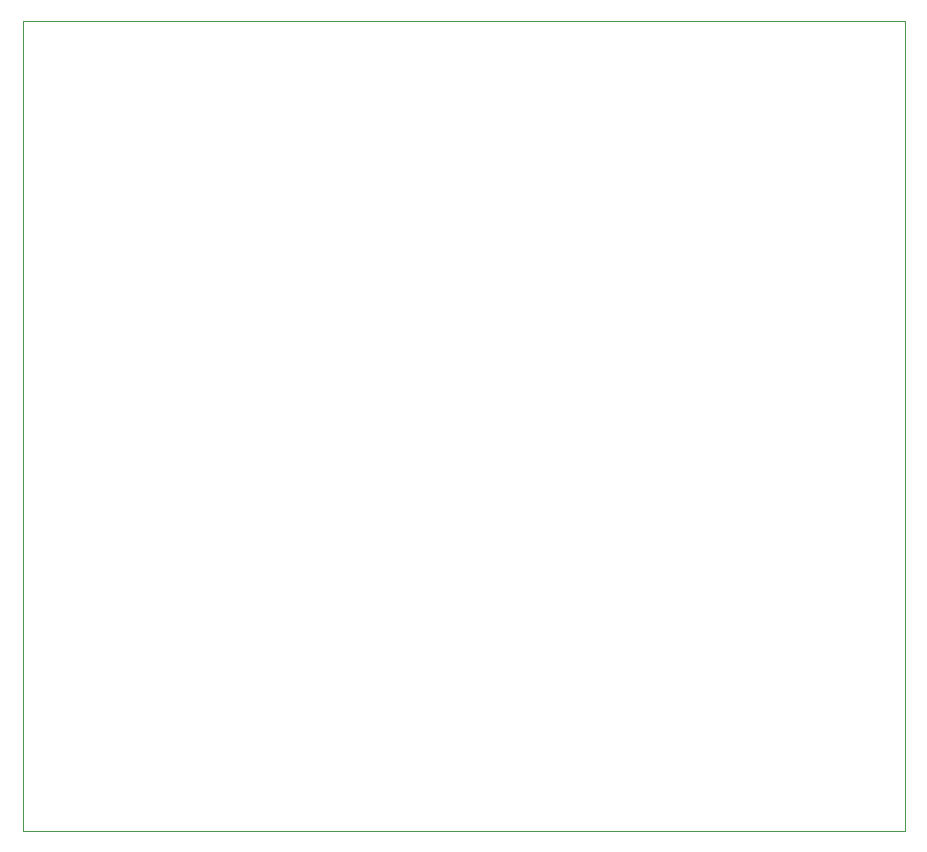
<source format=gm1>
%TF.GenerationSoftware,KiCad,Pcbnew,7.0.8*%
%TF.CreationDate,2024-03-14T17:11:56+01:00*%
%TF.ProjectId,pendulo_invert,70656e64-756c-46f5-9f69-6e766572742e,rev?*%
%TF.SameCoordinates,Original*%
%TF.FileFunction,Profile,NP*%
%FSLAX46Y46*%
G04 Gerber Fmt 4.6, Leading zero omitted, Abs format (unit mm)*
G04 Created by KiCad (PCBNEW 7.0.8) date 2024-03-14 17:11:56*
%MOMM*%
%LPD*%
G01*
G04 APERTURE LIST*
%TA.AperFunction,Profile*%
%ADD10C,0.100000*%
%TD*%
G04 APERTURE END LIST*
D10*
X115316000Y-58420000D02*
X189992000Y-58420000D01*
X189992000Y-127000000D01*
X115316000Y-127000000D01*
X115316000Y-58420000D01*
M02*

</source>
